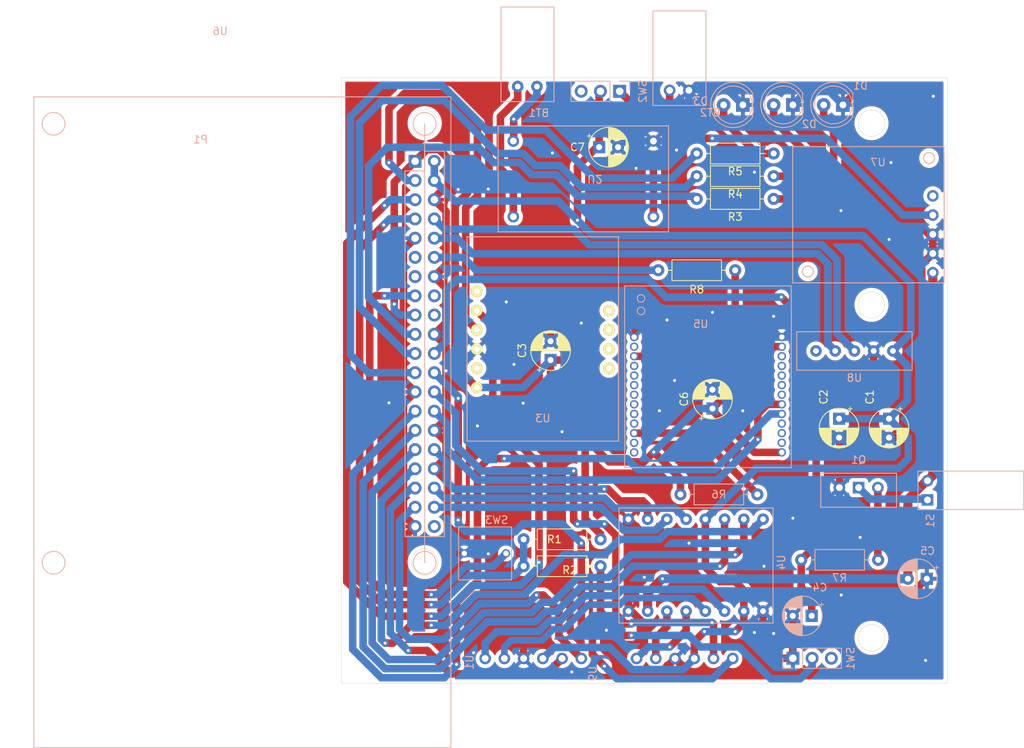
<source format=kicad_pcb>
(kicad_pcb (version 20211014) (generator pcbnew)
  (title_block (date "2022-06-12") (company "慶應義塾大学高橋研究室wolves"))
  (layers (0 "F.Cu" signal) (31 "B.Cu" signal) (34 "B.Paste" user) (35 "F.Paste" user) (36 "B.SilkS" user "B.Silkscreen") (37 "F.SilkS" user "F.Silkscreen") (38 "B.Mask" user) (39 "F.Mask" user) (44 "Edge.Cuts" user))
  (net 0 "")
  (net 1 "+3V3")
  (net 2 "+5V")
  (net 3 "/GPIO2(SDA)")
  (net 4 "/GPIO3(SCL)")
  (net 5 "GND")
  (net 6 "/GPIO4(GCLK)")
  (net 7 "/GPIO14(UART_TX)")
  (net 8 "Net-(U6-Pad10)")
  (net 10 "/GPIO18(RESET)")
  (net 12 "Net-(SW3-Pad2)")
  (net 15 "/GPIO10(LED1)")
  (net 16 "/GPIO9(LED2)")
  (net 17 "/GPIO25(Separation)")
  (net 18 "/GPIO11(LED3)")
  (net 19 "/GPIO8(Encoder2)")
  (net 20 "/GPIO7(Encoder2)")
  (net 21 "/GPIO0(TX)")
  (net 22 "/GPIO1(RX)")
  (net 23 "/GPIO5(Ain)")
  (net 24 "/GPIO6(Ain)")
  (net 25 "/GPIO12(PWM0)")
  (net 26 "/GPIO13(PWM1)")
  (net 27 "/GPIO19(Encoder1)")
  (net 28 "/GPIO16(Bin)")
  (net 29 "/GPIO26(Encoder1)")
  (net 30 "/GPIO20(BIn)")
  (net 32 "Net-(U1-Pad1)")
  (net 33 "Net-(U1-Pad2)")
  (net 34 "Net-(U4-Pad5)")
  (net 35 "Net-(U4-Pad6)")
  (net 36 "Net-(C5-Pad2)")
  (net 37 "Net-(D3-Pad2)")
  (net 38 "Net-(R8-Pad1)")
  (net 39 "Net-(Q1-Pad1)")
  (net 40 "Net-(R6-Pad1)")
  (net 41 "Net-(D2-Pad2)")
  (net 42 "Net-(D1-Pad2)")
  (net 43 "Net-(R1-Pad2)")
  (net 44 "Net-(SW2-Pad1)")
  (net 67 "Net-(BT2-Pad1)")
  (net 68 "Net-(BT1-Pad2)")
  (net 69 "Net-(BT1-Pad1)")
  (net 76 "Net-(Q1-Pad2)")
  (footprint "cansat-2022:R_Axial_DIN0207_L6.3mm_D2.5mm_P10.16mm_Horizontal" (layer "F.Cu") (at 109.22 125.984 180)
    (fp_text reference "R2")
    (fp_text value "R")
  )
  (footprint "cansat-2022:CP_Radial_D5.0mm_P2.50mm" (layer "F.Cu") (at 102.616 102.297113 90)
    (fp_text reference "C3")
    (fp_text value "C")
  )
  (footprint "cansat-2022:R_Axial_DIN0207_L6.3mm_D2.5mm_P10.16mm_Horizontal" (layer "F.Cu") (at 132.08 78 180)
    (fp_text reference "R4")
    (fp_text value "R")
  )
  (footprint "cansat-2022:R_Axial_DIN0207_L6.3mm_D2.5mm_P10.16mm_Horizontal" (layer "F.Cu") (at 132.08 81 180)
    (fp_text reference "R3")
    (fp_text value "R")
  )
  (footprint "cansat-2022:CP_Radial_D5.0mm_P2.50mm" (layer "F.Cu") (at 147.32 110.046888 -90)
    (fp_text reference "C1")
    (fp_text value "C")
  )
  (footprint "cansat-2022:R_Axial_DIN0207_L6.3mm_D2.5mm_P10.16mm_Horizontal" (layer "F.Cu") (at 127 90.424 180)
    (fp_text reference "R8")
    (fp_text value "R")
  )
  (footprint "cansat-2022:CP_Radial_D5.0mm_P2.50mm" (layer "F.Cu") (at 124 108.705113 90)
    (fp_text reference "C6")
    (fp_text value "C")
  )
  (footprint "cansat-2022:CP_Radial_D5.0mm_P2.50mm" (layer "F.Cu") (at 109.030888 74.168)
    (fp_text reference "C7")
    (fp_text value "C")
  )
  (footprint "cansat-2022:R_Axial_DIN0207_L6.3mm_D2.5mm_P10.16mm_Horizontal" (layer "F.Cu") (at 99.06 129.54)
    (fp_text reference "R1")
    (fp_text value "R")
  )
  (footprint "cansat-2022:CP_Radial_D5.0mm_P2.50mm" (layer "F.Cu") (at 140.716 110.046888 -90)
    (fp_text reference "C2")
    (fp_text value "C")
  )
  (footprint "cansat-2022:R_Axial_DIN0207_L6.3mm_D2.5mm_P10.16mm_Horizontal" (layer "F.Cu") (at 132.08 75 180)
    (fp_text reference "R5")
    (fp_text value "R")
  )
  (footprint "cansat-2022:CP_Radial_D5.0mm_P2.50mm" (layer "B.Cu") (at 137.105113 136.1 180)
    (fp_text reference "C4")
    (fp_text value "C")
  )
  (footprint "cansat-2022:LED_D5.0mm" (layer "B.Cu") (at 134.62 68.58 180)
    (fp_text reference "D2")
    (fp_text value "LED")
  )
  (footprint "cansat-2022:Push_Button" (layer "B.Cu") (at 93.48 122.845 180)
    (fp_text reference "SW3")
    (fp_text value "SW_Push")
  )
  (footprint "cansat-2022:GPS" (layer "B.Cu") (at 142.748 101.092)
    (fp_text reference "U8")
    (fp_text value locked "GPS")
  )
  (footprint "cansat-2022:CP_Radial_D5.0mm_P2.50mm" (layer "B.Cu") (at 152.305113 131.2 180)
    (fp_text reference "C5")
    (fp_text value "C")
  )
  (footprint "cansat-2022:raspberrypi" (layer "B.Cu") (at 89.5 67.47 180)
    (fp_text reference "U6")
    (fp_text value "RasberryPI4B")
  )
  (footprint "cansat-2022:motor_driver" (layer "B.Cu") (at 132 137.045 90)
    (fp_text reference "U4")
    (fp_text value "motor_driver")
  )
  (footprint "cansat-2022:PinSocket_1x03_P2.54mm_Vertical" (layer "B.Cu") (at 111.745 66.777 90)
    (fp_text reference "SW2")
    (fp_text value "SW_DPDT_x2")
  )
  (footprint "cansat-2022:BT2_Motor" (layer "B.Cu") (at 101.068 70.147)
    (fp_text reference "BT1")
    (fp_text value "Battery")
  )
  (footprint "cansat-2022:MOS_FET" (layer "B.Cu") (at 143.3 119.15 180)
    (fp_text reference "Q1")
    (fp_text value "Q_NMOS_GDS")
  )
  (footprint "cansat-2022:BT2_Motor" (layer "B.Cu") (at 121.134 70.655)
    (fp_text reference "BT2")
    (fp_text value "Battery")
  )
  (footprint "cansat-2022:separation" (layer "B.Cu") (at 152.4 119.507 -90)
    (fp_text reference "S1")
    (fp_text value "Separation")
  )
  (footprint "cansat-2022:Bno055" (layer "B.Cu") (at 101.6 99.568)
    (fp_text reference "U3")
    (fp_text value "Bno055")
  )
  (footprint "cansat-2022:DCDC_converter_ras_2022" (layer "B.Cu") (at 106.95 78.35)
    (fp_text reference "U2")
    (fp_text value "DCDC_converter_ras")
  )
  (footprint "cansat-2022:Motor" (layer "B.Cu") (at 109.975 143.732 -90)
    (fp_text reference "U9")
    (fp_text value "Left_Motor")
  )
  (footprint "cansat-2022:PinSocket_1x03_P2.54mm_Vertical" (layer "B.Cu") (at 134.62 141.7 -90)
    (fp_text reference "SW1")
    (fp_text value "SW_DPDT_x2")
  )
  (footprint "cansat-2022:LED_D5.0mm" (layer "B.Cu") (at 141.229 68.58 180)
    (fp_text reference "D1")
    (fp_text value "LED")
  )
  (footprint "cansat-2022:LED_D5.0mm" (layer "B.Cu") (at 128.016 68.58 180)
    (fp_text reference "D3")
    (fp_text value "LED")
  )
  (footprint "cansat-2022:R_Axial_DIN0207_L6.3mm_D2.5mm_P10.16mm_Horizontal" (layer "B.Cu") (at 129.93 120.05 180)
    (fp_text reference "R6")
    (fp_text value "R")
  )
  (footprint "cansat-2022:DCDC_converter_servo" (layer "B.Cu") (at 146.6 71.095 180)
    (fp_text reference "U7")
    (fp_text value "DCDC_converter")
  )
  (footprint "cansat-2022:R_Axial_DIN0207_L6.3mm_D2.5mm_P10.16mm_Horizontal" (layer "B.Cu") (at 135.72 128.7)
    (fp_text reference "R7")
    (fp_text value "R")
  )
  (footprint "cansat-2022:LoRa" (layer "B.Cu") (at 134.505 116.505 180)
    (fp_text reference "U5")
    (fp_text value "lora")
  )
  (footprint "cansat-2022:Motor" (layer "B.Cu") (at 89.98 143.732 -90)
    (fp_text reference "U1")
    (fp_text value "Right_Motor")
  )
  (gr_circle (center 152.6 75.6) (end 153.4 75.6) (layer "Edge.Cuts") (width 0.05) (fill none))
  (gr_circle (center 145 95) (end 146.75 95) (layer "Edge.Cuts") (width 0.05) (fill none))
  (gr_circle locked (center 145 139) (end 146.75 139) (layer "Edge.Cuts") (width 0.05) (fill none))
  (gr_rect locked (start 75 65) (end 155 145) (layer "Edge.Cuts") (width 0.05) (fill none))
  (gr_circle (center 136.6 90.6) (end 137.35 90.75) (layer "Edge.Cuts") (width 0.05) (fill none))
  (gr_circle locked (center 86 71) (end 87.75 71) (layer "Edge.Cuts") (width 0.05) (fill none))
  (gr_circle (center 136.6 90.6) (end 137.4 90.6) (layer "Edge.Cuts") (width 0.05) (fill none))
  (gr_circle (center 145 71) (end 146.75 71) (layer "Edge.Cuts") (width 0.05) (fill none))
  (gr_circle (center 145 71) (end 145 71) (layer "Edge.Cuts") (width 0.05) (fill none))
  (gr_circle locked (center 86 129) (end 87.75 129) (layer "Edge.Cuts") (width 0.05) (fill none))
  (segment (start 110.35 115.75) (end 108.712 114.112) (width 1) (layer "F.Cu") (net 1))
  (segment (start 81.980169 78.775231) (end 84.7292 76.0262) (width 1) (layer "F.Cu") (net 1))
  (segment (start 91.62352 80.252857) (end 91.62352 78.189179) (width 1) (layer "F.Cu") (net 1))
  (segment (start 91.62352 78.189179) (end 87.91103 74.476689) (width 1) (layer "F.Cu") (net 1))
  (segment (start 116.25 114.45) (end 119.77 117.97) (width 1) (layer "F.Cu") (net 1))
  (segment (start 92.87 105.918) (end 90.018231 103.066231) (width 1) (layer "F.Cu") (net 1))
  (segment (start 81.980169 78.775231) (end 81.980169 94.9057) (width 1) (layer "F.Cu") (net 1))
  (segment (start 86.278711 74.476689) (end 84.7292 76.0262) (width 1) (layer "F.Cu") (net 1))
  (segment (start 124 108.705113) (end 124 108.946377) (width 1) (layer "F.Cu") (net 1))
  (segment (start 105.997113 102.297113) (end 102.616 102.297113) (width 1) (layer "F.Cu") (net 1))
  (segment (start 109.22 125.984) (end 109.22 125.303622) (width 1) (layer "F.Cu") (net 1))
  (segment (start 108.712 105.012) (end 105.997113 102.297113) (width 1) (layer "F.Cu") (net 1))
  (segment (start 90.018231 81.858146) (end 91.62352 80.252857) (width 1) (layer "F.Cu") (net 1))
  (segment (start 116.25 114.45) (end 114.95 115.75) (width 1) (layer "F.Cu") (net 1))
  (segment (start 124 108.946377) (end 129.548623 114.495) (width 1) (layer "F.Cu") (net 1))
  (segment (start 133.157 100.525) (end 132.180113 100.525) (width 1) (layer "F.Cu") (net 1))
  (segment (start 87.91103 74.476689) (end 86.278711 74.476689) (width 1) (layer "F.Cu") (net 1))
  (segment (start 102.616 102.297113) (end 102.616 106.68) (width 1) (layer "F.Cu") (net 1))
  (segment (start 102.616 106.68) (end 107.188 111.252) (width 1) (layer "F.Cu") (net 1))
  (segment (start 129.548623 114.495) (end 133.157 114.495) (width 1) (layer "F.Cu") (net 1))
  (segment (start 90.018231 103.066231) (end 90.018231 81.858146) (width 1) (layer "F.Cu") (net 1))
  (segment (start 107.188 123.271622) (end 107.188 111.252) (width 1) (layer "F.Cu") (net 1))
  (segment (start 108.712 114.112) (end 108.712 105.012) (width 1) (layer "F.Cu") (net 1))
  (segment (start 132.180113 100.525) (end 124 108.705113) (width 1) (layer "F.Cu") (net 1))
  (segment (start 114.95 115.75) (end 110.35 115.75) (width 1) (layer "F.Cu") (net 1))
  (segment (start 109.22 125.303622) (end 107.188 123.271622) (width 1) (layer "F.Cu") (net 1))
  (segment (start 119.77 117.97) (end 119.77 120.05) (width 1) (layer "F.Cu") (net 1))
  (via (at 81.980169 94.9057) (size 0.8) (drill 0.4) (layers "F.Cu" "B.Cu") (net 1))
  (via (at 116.25 114.45) (size 0.8) (drill 0.4) (layers "F.Cu" "B.Cu") (net 1))
  (segment (start 98.995113 105.918) (end 102.616 102.297113) (width 1) (layer "B.Cu") (net 1))
  (segment (start 121.994887 108.705113) (end 124 108.705113) (width 1) (layer "B.Cu") (net 1))
  (segment (start 82.6862 96.3462) (end 81.980169 95.640169) (width 1) (layer "B.Cu") (net 1))
  (segment (start 84.7292 96.3462) (end 82.6862 96.3462) (width 1) (layer "B.Cu") (net 1))
  (segment (start 92.87 105.918) (end 98.995113 105.918) (width 1) (layer "B.Cu") (net 1))
  (segment (start 116.25 114.45) (end 121.994887 108.705113) (width 1) (layer "B.Cu") (net 1))
  (segment (start 81.980169 95.640169) (end 81.980169 95.00572) (width 1) (layer "B.Cu") (net 1))
  (segment (start 123.06 123.325) (end 123.06 129.664) (width 1) (layer "F.Cu") (net 2))
  (segment (start 106.172 76.708) (end 106.172 83.82) (width 1) (layer "F.Cu") (net 2))
  (segment (start 123.06 129.664) (end 124.968 131.572) (width 1) (layer "F.Cu") (net 2))
  (segment (start 121.595 139.517) (end 121.595 141.732) (width 1) (layer "F.Cu") (net 2))
  (segment (start 109.030888 66.951112) (end 109.030888 74.168) (width 1) (layer "F.Cu") (net 2))
  (segment (start 127 131.572) (end 128.14 132.712) (width 1) (layer "F.Cu") (net 2))
  (segment (start 108.712 74.168) (end 106.172 76.708) (width 1) (layer "F.Cu") (net 2))
  (segment (start 124.968 131.572) (end 127 131.572) (width 1) (layer "F.Cu") (net 2))
  (segment (start 109.030888 74.168) (end 108.712 74.168) (width 1) (layer "F.Cu") (net 2))
  (segment (start 127 138.176) (end 128.14 137.036) (width 1) (layer "F.Cu") (net 2))
  (segment (start 122.936 138.176) (end 121.595 139.517) (width 1) (layer "F.Cu") (net 2))
  (segment (start 109.205 66.777) (end 109.030888 66.951112) (width 1) (layer "F.Cu") (net 2))
  (segment (start 128.14 137.036) (end 128.14 135.475) (width 1) (layer "F.Cu") (net 2))
  (segment (start 128.14 132.712) (end 128.14 135.475) (width 1) (layer "F.Cu") (net 2))
  (via (at 127 138.176) (size 0.8) (drill 0.4) (layers "F.Cu" "B.Cu") (net 2))
  (via (at 106.172 83.82) (size 0.8) (drill 0.4) (layers "F.Cu" "B.Cu") (net 2))
  (via (at 122.936 138.176) (size 0.8) (drill 0.4) (layers "F.Cu" "B.Cu") (net 2))
  (segment (start 147.828 101.092) (end 149.75 103.014) (width 1) (layer "B.Cu") (net 2))
  (segment (start 147.32 110.046888) (end 149.86 112.586888) (width 1) (layer "B.Cu") (net 2))
  (segment (start 149.75 107.616888) (end 147.32 110.046888) (width 1) (layer "B.Cu") (net 2))
  (segment (start 147.32 110.046888) (end 140.716 110.046888) (width 1) (layer "B.Cu") (net 2))
  (segment (start 101.6 141.732) (end 103.061511 140.270489) (width 1) (layer "B.Cu") (net 2))
  (segment (start 129.785 116.6) (end 123.06 123.325) (width 1) (layer "B.Cu") (net 2))
  (segment (start 120.133489 143.193511) (end 121.595 141.732) (width 1) (layer "B.Cu") (net 2))
  (segment (start 127 138.176) (end 122.936 138.176) (width 1) (layer "B.Cu") (net 2))
  (segment (start 110.446599 140.270489) (end 113.369621 143.193511) (width 1) (layer "B.Cu") (net 2))
  (segment (start 149.86 112.586888) (end 149.86 115.316) (width 1) (layer "B.Cu") (net 2))
  (segment (start 103.632 81.28) (end 89.983 81.28) (width 1) (layer "B.Cu") (net 2))
  (segment (start 103.061511 140.270489) (end 110.446599 140.270489) (width 1) (layer "B.Cu") (net 2))
  (segment (start 106.172 83.82) (end 103.632 81.28) (width 1) (layer "B.Cu") (net 2))
  (segment (start 87.2692 78.5662) (end 87.2692 76.0262) (width 1) (layer "B.Cu") (net 2))
  (segment (start 106.172 83.82) (end 108.204 85.852) (width 1) (layer "B.Cu") (net 2))
  (segment (start 108.204 85.852) (end 143.902 85.852) (width 1) (layer "B.Cu") (net 2))
  (segment (start 113.369621 143.193511) (end 120.133489 143.193511) (width 1) (layer "B.Cu") (net 2))
  (segment (start 89.983 81.28) (end 87.2692 78.5662) (width 1) (layer "B.Cu") (net 2))
  (segment (start 149.86 115.316) (end 148.576 116.6) (width 1) (layer "B.Cu") (net 2))
  (segment (start 148.576 116.6) (end 129.785 116.6) (width 1) (layer "B.Cu") (net 2))
  (segment (start 150.2 98.72) (end 147.828 101.092) (width 1) (layer "B.Cu") (net 2))
  (segment (start 143.902 85.852) (end 150.2 92.15) (width 1) (layer "B.Cu") (net 2))
  (segment (start 150.2 92.15) (end 150.2 98.72) (width 1) (layer "B.Cu") (net 2))
  (segment (start 149.75 103.014) (end 149.75 107.616888) (width 1) (layer "B.Cu") (net 2))
  (segment (start 81.28 76.2) (end 81.28 69.088) (width 1) (layer "F.Cu") (net 3))
  (segment (start 92.964 80.608755) (end 91.408489 82.164266) (width 1) (layer "F.Cu") (net 3))
  (segment (start 91.408489 82.164266) (end 91.408489 96.836489) (width 1) (layer "F.Cu") (net 3))
  (segment (start 83.312 67.056) (end 88.9 67.056) (width 1) (layer "F.Cu") (net 3))
  (segment (start 91.408489 96.836489) (end 92.87 98.298) (width 1) (layer "F.Cu") (net 3))
  (segment (start 88.9 67.056) (end 92.964 71.12) (width 1) (layer "F.Cu") (net 3))
  (segment (start 81.28 69.088) (end 83.312 67.056) (width 1) (layer "F.Cu") (net 3))
  (segment (start 92.964 71.12) (end 92.964 80.608755) (width 1) (layer "F.Cu") (net 3))
  (via (at 81.28 76.2) (size 0.8) (drill 0.4) (layers "F.Cu" "B.Cu") (net 3))
  (segment (start 83.6462 78.5662) (end 81.28 76.2) (width 1) (layer "B.Cu") (net 3))
  (segment (start 84.7292 78.5662) (end 83.6462 78.5662) (width 1) (layer "B.Cu") (net 3))
  (segment (start 101.092 116.047056) (end 101.092 129.032) (width 1) (layer "F.Cu") (net 4))
  (segment (start 75.71 131.59) (end 80.264 136.144) (width 1) (layer "F.Cu") (net 4))
  (segment (start 80.69 81.87) (end 75.71 86.85) (width 1) (layer "F.Cu") (net 4))
  (segment (start 92.87 95.758) (end 94.996 97.884) (width 1) (layer "F.Cu") (net 4))
  (segment (start 80.264 136.144) (end 86.868 136.144) (width 1) (layer "F.Cu") (net 4))
  (segment (start 94.996 109.951056) (end 101.092 116.047056) (width 1) (layer "F.Cu") (net 4))
  (segment (start 75.71 86.85) (end 75.71 131.59) (width 1) (layer "F.Cu") (net 4))
  (segment (start 94.996 97.884) (end 94.996 109.951056) (width 1) (layer "F.Cu") (net 4))
  (via (at 86.868 136.144) (size 0.8) (drill 0.4) (layers "F.Cu" "B.Cu") (net 4))
  (via (at 80.69 81.87) (size 0.8) (drill 0.4) (layers "F.Cu" "B.Cu") (net 4))
  (via (at 101.092 129.032) (size 0.8) (drill 0.4) (layers "F.Cu" "B.Cu") (net 4))
  (segment (start 84.7292 81.1062) (end 81.4538 81.1062) (width 1) (layer "B.Cu") (net 4))
  (segment (start 81.4538 81.1062) (end 80.69 81.87) (width 1) (layer "B.Cu") (net 4))
  (segment (start 88.228756 136.144) (end 92.292756 132.08) (width 1) (layer "B.Cu") (net 4))
  (segment (start 92.292756 132.08) (end 98.64063 132.08) (width 1) (layer "B.Cu") (net 4))
  (segment (start 98.64063 132.08) (end 101.092 129.62863) (width 1) (layer "B.Cu") (net 4))
  (segment (start 86.868 136.144) (end 88.228756 136.144) (width 1) (layer "B.Cu") (net 4))
  (segment (start 101.092 129.62863) (end 101.092 129.032) (width 1) (layer "B.Cu") (net 4))
  (segment (start 89.003209 130.246249) (end 89.003209 128.420791) (width 1) (layer "F.Cu") (net 5))
  (segment (start 90.424 79.756) (end 88.392 79.756) (width 1) (layer "F.Cu") (net 5))
  (segment (start 87.2692 80.8788) (end 87.2692 81.1062) (width 1) (layer "F.Cu") (net 5))
  (segment (start 134.62 141.7) (end 132.58611 141.7) (width 1) (layer "F.Cu") (net 5))
  (segment (start 89.003209 130.246249) (end 87.169458 132.08) (width 1) (layer "F.Cu") (net 5))
  (segment (start 116.067 126.492) (end 112.9 123.325) (width 1) (layer "F.Cu") (net 5))
  (segment (start 88.818711 92.815711) (end 88.818711 95.422711) (width 1) (layer "F.Cu") (net 5))
  (segment (start 84.7292 106.5062) (end 83.179689 108.055711) (width 1) (layer "F.Cu") (net 5))
  (segment (start 102.616 99.797113) (end 102.616 92.456) (width 1) (layer "F.Cu") (net 5))
  (segment (start 88.818711 82.655711) (end 88.818711 89.716689) (width 1) (layer "F.Cu") (net 5))
  (segment (start 120.904 126.492) (end 116.067 126.492) (width 1) (layer "F.Cu") (net 5))
  (segment (start 134.605113 141.685113) (end 134.62 141.7) (width 1) (layer "F.Cu") (net 5))
  (segment (start 89.003209 128.420791) (end 89.579 127.845) (width 1) (layer "F.Cu") (net 5))
  (segment (start 87.2692 116.6662) (end 89.003209 118.400209) (width 1) (layer "F.Cu") (net 5))
  (segment (start 87.169458 132.08) (end 84.830542 132.08) (width 1) (layer "F.Cu") (net 5))
  (segment (start 84.830542 132.08) (end 83.002447 130.251905) (width 1) (layer "F.Cu") (net 5))
  (segment (start 134.605113 137.653113) (end 136.144 139.192) (width 1) (layer "F.Cu") (net 5))
  (segment (start 83.002447 130.251905) (end 83.002447 126.012953) (width 1) (layer "F.Cu") (net 5))
  (segment (start 149.581112 112.546888) (end 147.32 112.546888) (width 1) (layer "F.Cu") (net 5))
  (segment (start 149.7 69.69) (end 149.7 82.8) (width 1) (layer "F.Cu") (net 5))
  (segment (start 149.2 134.25) (end 152.25 131.2) (width 1) (layer "F.Cu") (net 5))
  (segment (start 88.392 79.756) (end 87.2692 80.8788) (width 1) (layer "F.Cu") (net 5))
  (segment (start 140.8 119.11) (end 140.76 119.15) (width 1) (layer "F.Cu") (net 5))
  (segment (start 121.087 143.764) (end 119.055 141.732) (width 1) (layer "F.Cu") (net 5))
  (segment (start 140.8 112.630888) (end 140.8 119.11) (width 1) (layer "F.Cu") (net 5))
  (segment (start 95.758 85.598) (end 103.886 93.726) (width 1) (layer "F.Cu") (net 5))
  (segment (start 112.9 123.325) (end 112.9 135.475) (width 1) (layer "F.Cu") (net 5))
  (segment (start 114.48352 139.180857) (end 113.780857 139.88352) (width 1) (layer "F.Cu") (net 5))
  (segment (start 87.2692 111.5862) (end 88.818711 110.036689) (width 1) (layer "F.Cu") (net 5))
  (segment (start 142.85 134.25) (end 149.2 134.25) (width 1) (layer "F.Cu") (net 5))
  (segment (start 83.179689 87.735711) (end 83.179689 104.956689) (width 1) (layer "F.Cu") (net 5))
  (segment (start 151.638489 110.489511) (end 149.581112 112.546888) (width 1) (layer "F.Cu") (net 5))
  (segment (start 111.506 93.726) (end 113.755 95.975) (width 1) (layer "F.Cu") (net 5))
  (segment (start 112.08448 139.88352) (end 111.252 140.716) (width 1) (layer "F.Cu") (net 5))
  (segment (start 142.859 66.95) (end 146.96 66.95) (width 1) (layer "F.Cu") (net 5))
  (segment (start 141.215022 112.546888) (end 140.716 112.546888) (width 1) (layer "F.Cu") (net 5))
  (segment (start 145.288 101.092) (end 145.288 108.47391) (width 1) (layer "F.Cu") (net 5))
  (segment (start 130.68 141.1) (end 128.016 143.764) (width 1) (layer "F.Cu") (net 5))
  (segment (start 130.68 135.475) (end 130.68 139.79389) (width 1) (layer "F.Cu") (net 5))
  (segment (start 88.818711 115.116689) (end 87.2692 116.6662) (width 1) (layer "F.Cu") (net 5))
  (segment (start 95.758 81.058) (end 95.758 85.598) (width 1) (layer "F.Cu") (net 5))
  (segment (start 132.58611 141.7) (end 130.68 139.79389) (width 1) (layer "F.Cu") (net 5))
  (segment (start 130.68 139.79389) (end 130.68 141.1) (width 1) (layer "F.Cu") (net 5))
  (segment (start 83.002447 126.012953) (end 84.7292 124.2862) (width 1) (layer "F.Cu") (net 5))
  (segment (start 87.2692 91.2662) (end 88.818711 92.815711) (width 1) (layer "F.Cu") (net 5))
  (segment (start 113.780857 139.88352) (end 112.08448 139.88352) (width 1) (layer "F.Cu") (net 5))
  (segment (start 149.7 82.8) (end 153.1 86.2) (width 1) (layer "F.Cu") (net 5))
  (segment (start 89.579 127.845) (end 91.23 127.845) (width 1) (layer "F.Cu") (net 5))
  (segment (start 113.755 95.975) (end 113.755 99.255) (width 1) (layer "F.Cu") (net 5))
  (segment (start 140.716 112.546888) (end 140.8 112.630888) (width 1) (layer "F.Cu") (net 5))
  (segment (start 141.229 68.58) (end 142.859 66.95) (width 1) (layer "F.Cu") (net 5))
  (segment (start 152.25 131.2) (end 152.305113 131.2) (width 1) (layer "F.Cu") (net 5))
  (segment (start 128.016 143.764) (end 121.087 143.764) (width 1) (layer "F.Cu") (net 5))
  (segment (start 145.288 108.47391) (end 141.215022 112.546888) (width 1) (layer "F.Cu") (net 5))
  (segment (start 88.818711 103.713289) (end 88.818711 100.435711) (width 1) (layer "F.Cu") (net 5))
  (segment (start 112.9 135.475) (end 113.295377 135.475) (width 1) (layer "F.Cu") (net 5))
  (segment (start 83.179689 108.055711) (end 83.179689 122.736689) (width 1) (layer "F.Cu") (net 5))
  (segment (start 111.76 143.256) (end 117.531 143.256) (width 1) (layer "F.Cu") (net 5))
  (segment (start 153.1 88.215) (end 151.638489 89.676511) (width 1) (layer "F.Cu") (net 5))
  (segment (start 151.638489 89.676511) (end 151.638489 110.489511) (width 1) (layer "F.Cu") (net 5))
  (segment (start 103.886 93.726) (end 111.506 93.726) (width 1) (layer "F.Cu") (net 5))
  (segment (start 88.818711 110.036689) (end 88.818711 103.713289) (width 1) (layer "F.Cu") (net 5))
  (segment (start 88.818711 95.422711) (end 88.818711 97.336689) (width 1) (layer "F.Cu") (net 5))
  (segment (start 113.295377 135.475) (end 114.48352 136.663143) (width 1) (layer "F.Cu") (net 5))
  (segment (start 88.818711 100.435711) (end 87.2692 98.8862) (width 1) (layer "F.Cu") (net 5))
  (segment (start 84.7292 86.1862) (end 83.179689 87.735711) (width 1) (layer "F.Cu") (net 5))
  (segment (start 153.1 86.2) (end 153.1 88.215) (width 1) (layer "F.Cu") (net 5))
  (segment (start 87.2692 111.5862) (end 88.818711 113.135711) (width 1) (layer "F.Cu") (net 5))
  (segment (start 88.818711 95.422711) (end 88.818711 96.786711) (width 1) (layer "F.Cu") (net 5))
  (segment (start 83.179689 122.736689) (end 84.7292 124.2862) (width 1) (layer "F.Cu") (net 5))
  (segment (start 88.818711 113.135711) (end 88.818711 115.116689) (width 1) (layer "F.Cu") (net 5))
  (segment (start 83.179689 104.956689) (end 84.7292 106.5062) (width 1) (layer "F.Cu") (net 5))
  (segment (start 94.4 79.7) (end 95.758 81.058) (width 1) (layer "F.Cu") (net 5))
  (segment (start 136.144 139.192) (end 137.908 139.192) (width 1) (layer "F.Cu") (net 5))
  (segment (start 94.4 127.9) (end 99.06 132.56) (width 1) (layer "F.Cu") (net 5))
  (segment (start 153.1 85.675) (end 153.1 88.215) (width 1) (layer "F.Cu") (net 5))
  (segment (start 111.252 140.716) (end 111.252 142.748) (width 1) (layer "F.Cu") (net 5))
  (segment (start 146.96 66.95) (end 149.7 69.69) (width 1) (layer "F.Cu") (net 5))
  (segment (start 102.616 92.456) (end 95.758 85.598) (width 1) (layer "F.Cu") (net 5))
  (segment (start 99.06 132.56) (end 99.06 141.732) (width 1) (layer "F.Cu") (net 5))
  (segment (start 88.818711 89.716689) (end 87.2692 91.2662) (width 1) (layer "F.Cu") (net 5))
  (segment (start 89.003209 118.400209) (end 89.003209 130.246249) (width 1) (layer "F.Cu") (net 5))
  (segment (start 137.908 139.192) (end 142.85 134.25) (width 1) (layer "F.Cu") (net 5))
  (segment (start 87.2692 81.1062) (end 88.818711 82.655711) (width 1) (layer "F.Cu") (net 5))
  (segment (start 117.531 143.256) (end 119.055 141.732) (width 1) (layer "F.Cu") (net 5))
  (segment (start 134.605113 136.1) (end 134.605113 137.653113) (width 1) (layer "F.Cu") (net 5))
  (segment (start 111.252 142.748) (end 111.76 143.256) (width 1) (layer "F.Cu") (net 5))
  (segment (start 134.605113 136.1) (end 134.605113 141.685113) (width 1) (layer "F.Cu") (net 5))
  (segment (start 88.818711 97.336689) (end 87.2692 98.8862) (width 1) (layer "F.Cu") (net 5))
  (segment (start 114.48352 136.663143) (end 114.48352 139.180857) (width 1) (layer "F.Cu") (net 5))
  (via (at 92.456 140.97) (size 0.8) (drill 0.4) (layers "F.Cu" "B.Cu") (net 5))
  (via (at 118 97) (size 0.8) (drill 0.4) (layers "F.Cu" "B.Cu") (net 5))
  (via (at 92.964 110.998) (size 0.8) (drill 0.4) (layers "F.Cu" "B.Cu") (net 5))
  (via (at 147.574 76.2) (size 0.8) (drill 0.4) (layers "F.Cu" "B.Cu") (net 5))
  (via (at 147.32 86.36) (size 0.8) (drill 0.4) (layers "F.Cu" "B.Cu") (net 5))
  (via (at 94.4 79.7) (size 0.8) (drill 0.4) (layers "F.Cu" "B.Cu") (net 5))
  (via (at 97.79 102.87) (size 0.8) (drill 0.4) (layers "F.Cu" "B.Cu") (net 5))
  (via (at 128 109) (size 0.8) (drill 0.4) (layers "F.Cu" "B.Cu") (net 5))
  (via (at 143.51 125.73) (size 0.8) (drill 0.4) (layers "F.Cu" "B.Cu") (net 5))
  (via (at 153.162 67.437) (size 0.8) (drill 0.4) (layers "F.Cu" "B.Cu") (net 5))
  (via (at 104.14 111.76) (size 0.8) (drill 0.4) (layers "F.Cu" "B.Cu") (net 5))
  (via (at 129.54 138.303) (size 0.8) (drill 0.4) (layers "F.Cu" "B.Cu") (net 5))
  (via (at 106.68 97.409) (size 0.8) (drill 0.4) (layers "F.Cu" "B.Cu") (net 5))
  (via (at 140.97 82.55) (size 0.8) (drill 0.4) (layers "F.Cu" "B.Cu") (net 5))
  (via (at 124 96) (size 0.8) (drill 0.4) (layers "F.Cu" "B.Cu") (net 5))
  (via (at 99 108) (size 0.8) (drill 0.4) (layers "F.Cu" "B.Cu") (net 5))
  (via (at 120.904 126.492) (size 0.8) (drill 0.4) (layers "F.Cu" "B.Cu") (net 5))
  (via (at 119.253 74.549) (size 0.8) (drill 0.4) (layers "F.Cu" "B.Cu") (net 5))
  (via (at 130.81 129.54) (size 0.8) (drill 0.4) (layers "F.Cu" "B.Cu") (net 5))
  (via (at 152.146 141.986) (size 0.8) (drill 0.4) (layers "F.Cu" "B.Cu") (net 5))
  (via (at 94.4 127.9) (size 0.8) (drill 0.4) (layers "F.Cu" "B.Cu") (net 5))
  (via (at 96.774 94.615) (size 0.8) (drill 0.4) (layers "F.Cu" "B.Cu") (net 5))
  (via (at 88.818711 103.713289) (size 0.8) (drill 0.4) (layers "F.Cu" "B.Cu") (net 5))
  (via (at 115 131) (size 0.8) (drill 0.4) (layers "F.Cu" "B.Cu") (net 5))
  (via (at 90.424 79.756) (size 0.8) (drill 0.4) (layers "F.Cu" "B.Cu") (net 5))
  (via (at 81.28 107.95) (size 0.8) (drill 0.4) (layers "F.Cu" "B.Cu") (net 5))
  (via (at 110 138) (size 0.8) (drill 0.4) (layers "F.Cu" "B.Cu") (net 5))
  (via (at 119 105) (size 0.8) (drill 0.4) (layers "F.Cu" "B.Cu") (net 5))
  (via (at 141 133.35) (size 0.8) (drill 0.4) (layers "F.Cu" "B.Cu") (net 5))
  (via (at 132.08 96.52) (size 0.8) (drill 0.4) (layers "F.Cu" "B.Cu") (net 5))
  (via (at 129.54 77.47) (size 0.8) (drill 0.4) (layers "F.Cu" "B.Cu") (net 5))
  (via (at 105.41 143.51) (size 0.8) (drill 0.4) (layers "F.Cu" "B.Cu") (net 5))
  (via (at 113.919 76.962) (size 0.8) (drill 0.4) (layers "F.Cu" "B.Cu") (net 5))
  (via (at 117 109) (size 0.8) (drill 0.4) (layers "F.Cu" "B.Cu") (net 5))
  (via (at 132.08 138.43) (size 0.8) (drill 0.4) (layers "F.Cu" "B.Cu") (net 5))
  (via (at 134.62 123.19) (size 0.8) (drill 0.4) (layers "F.Cu" "B.Cu") (net 5))
  (via (at 102.87 74.93) (size 0.8) (drill 0.4) (layers "F.Cu" "B.Cu") (net 5))
  (segment (start 120.991 66.548) (end 125.984 66.548) (width 1) (layer "B.Cu") (net 5))
  (segment (start 135.708 126.492) (end 120.904 126.492) (width 1) (layer "B.Cu") (net 5))
  (segment (start 136.652 109.728) (end 139.470888 112.546888) (width 1) (layer "B.Cu") (net 5))
  (segment (start 94.345 127.845) (end 94.4 127.9) (width 1) (layer "B.Cu") (net 5))
  (segment (start 133.157 99.255) (end 134.815 99.255) (width 1) (layer "B.Cu") (net 5))
  (segment (start 139.470888 112.546888) (end 140.716 112.546888) (width 1) (layer "B.Cu") (net 5))
  (segment (start 125.984 66.548) (end 128.016 68.58) (width 1) (layer "B.Cu") (net 5))
  (segment (start 94.344 79.756) (end 90.424 79.756) (width 1) (layer "B.Cu") (net 5))
  (segment (start 135.636 105.156) (end 136.652 106.172) (width 1) (layer "B.Cu") (net 5))
  (segment (start 91.23 127.845) (end 94.345 127.845) (width 1) (layer "B.Cu") (net 5))
  (segment (start 140.716 112.546888) (end 147.32 112.546888) (width 1) (layer "B.Cu") (net 5))
  (segment (start 124 105.95) (end 130.695 99.255) (width 1) (layer "B.Cu") (net 5))
  (segment (start 134.815 99.255) (end 135.636 100.076) (width 1) (layer "B.Cu") (net 5))
  (segment (start 120.884 70.632) (end 120.884 66.655) (width 1) (layer "B.Cu") (net 5))
  (segment (start 130.695 99.255) (end 133.157 99.255) (width 1) (layer "B.Cu") (net 5))
  (segment (start 112.348888 73.35) (end 118.166 73.35) (width 1) (layer "B.Cu") (net 5))
  (segment (start 120.884 66.655) (end 120.991 66.548) (width 1) (layer "B.Cu") (net 5))
  (segment (start 135.636 100.076) (end 135.636 105.156) (width 1) (layer "B.Cu") (net 5))
  (segment (start 90.424 102.108) (end 88.818711 103.713289) (width 1) (layer "B.Cu") (net 5))
  (segment (start 111.530888 74.168) (end 112.348888 73.35) (width 1) (layer "B.Cu") (net 5))
  (segment (start 136.398 66.802) (end 139.451 66.802) (width 1) (layer "B.Cu") (net 5))
  (segment (start 140.76 121.44) (end 135.708 126.492) (width 1) (layer "B.Cu") (net 5))
  (segment (start 94.4 79.7) (end 94.344 79.756) (width 1) (layer "B.Cu") (net 5))
  (segment (start 124 106.205113) (end 124 105.95) (width 1) (layer "B.Cu") (net 5))
  (segment (start 134.62 68.58) (end 136.398 66.802) (width 1) (layer "B.Cu") (net 5))
  (segment (start 139.451 66.802) (end 141.229 68.58) (width 1) (layer "B.Cu") (net 5))
  (segment (start 136.652 106.172) (end 136.652 109.728) (width 1) (layer "B.Cu") (net 5))
  (segment (start 91.6 102.108) (end 90.424 102.108) (width 1) (layer "B.Cu") (net 5))
  (segment (start 92.87 100.838) (end 91.6 102.108) (width 1) (layer "B.Cu") (net 5))
  (segment (start 140.76 119.15) (end 140.76 121.44) (width 1) (layer "B.Cu") (net 5))
  (segment (start 118.166 73.35) (end 120.884 70.632) (width 1) (layer "B.Cu") (net 5))
  (segment (start 86.868 134.62) (end 80.436378 134.62) (width 1) (layer "F.Cu") (net 6))
  (segment (start 77.39952 87.62896) (end 80.58848 84.44) (width 1) (layer "F.Cu") (net 6))
  (segment (start 77.39952 131.583142) (end 77.39952 87.62896) (width 1) (layer "F.Cu") (net 6))
  (segment (start 80.436378 134.62) (end 77.39952 131.583142) (width 1) (layer "F.Cu") (net 6))
  (via (at 86.868 134.62) (size 0.8) (drill 0.4) (layers "F.Cu" "B.Cu") (net 6))
  (via (at 80.58848 84.44) (size 0.8) (drill 0.4) (layers "F.Cu" "B.Cu") (net 6))
  (segment (start 99.06 125.984) (end 99.06 129.54) (width 1) (layer "B.Cu") (net 6))
  (segment (start 97.86048 130.73952) (end 99.06 129.54) (width 1) (layer "B.Cu") (net 6))
  (segment (start 91.936858 130.73952) (end 97.86048 130.73952) (width 1) (layer "B.Cu") (net 6))
  (segment (start 86.868 134.62) (end 88.056378 134.62) (width 1) (layer "B.Cu") (net 6))
  (segment (start 84.7292 83.6462) (end 81.38228 83.6462) (width 1) (layer "B.Cu") (net 6))
  (segment (start 81.38228 83.6462) (end 80.58848 84.44) (width 1) (layer "B.Cu") (net 6))
  (segment (start 88.056378 134.62) (end 91.936858 130.73952) (width 1) (layer "B.Cu") (net 6))
  (segment (start 105.642302 84.98668) (end 88.60968 84.98668) (width 1) (layer "B.Cu") (net 7))
  (segment (start 138.45152 87.05152) (end 107.707142 87.05152) (width 1) (layer "B.Cu") (net 7))
  (segment (start 142.748 101.092) (end 140.44952 98.79352) (width 1) (layer "B.Cu") (net 7))
  (segment (start 107.707142 87.05152) (end 105.642302 84.98668) (width 1) (layer "B.Cu") (net 7))
  (segment (start 140.44952 89.04952) (end 138.45152 87.05152) (width 1) (layer "B.Cu") (net 7))
  (segment (start 88.60968 84.98668) (end 87.2692 83.6462) (width 1) (layer "B.Cu") (net 7))
  (segment (start 140.44952 98.79352) (end 140.44952 89.04952) (width 1) (layer "B.Cu") (net 7))
  (segment (start 139.25 100.134) (end 139.25 89.6) (width 1) (layer "B.Cu") (net 8))
  (segment (start 140.208 101.092) (end 139.25 100.134) (width 1) (layer "B.Cu") (net 8))
  (segment (start 139.25 89.6) (end 137.90104 88.25104) (width 1) (layer "B.Cu") (net 8))
  (segment (start 90.2502 86.1862) (end 87.2692 86.1862) (width 1) (layer "B.Cu") (net 8))
  (segment (start 92.31504 88.25104) (end 90.2502 86.1862) (width 1) (layer "B.Cu") (net 8))
  (segment (start 137.90104 88.25104) (end 92.31504 88.25104) (width 1) (layer "B.Cu") (net 8))
  (segment (start 91.093822 88.7262) (end 92.791622 90.424) (width 1) (layer "B.Cu") (net 10))
  (segment (start 92.791622 90.424) (end 116.84 90.424) (width 1) (layer "B.Cu") (net 10))
  (segment (start 87.2692 88.7262) (end 91.093822 88.7262) (width 1) (layer "B.Cu") (net 10))
  (segment (start 86.868 133.27952) (end 80.792276 133.27952) (width 1) (layer "F.Cu") (net 12))
  (segment (start 78.74 94.57) (end 79.51 93.8) (width 1) (layer "F.Cu") (net 12))
  (segment (start 80.792276 133.27952) (end 78.74 131.227244) (width 1) (layer "F.Cu") (net 12))
  (segment (start 79.51 93.8) (end 80.6885 93.8) (width 1) (layer "F.Cu") (net 12))
  (segment (start 78.74 131.227244) (end 78.74 94.57) (width 1) (layer "F.Cu") (net 12))
  (via (at 86.868 133.27952) (size 0.8) (drill 0.4) (layers "F.Cu" "B.Cu") (net 12))
  (via (at 80.6885 93.8) (size 0.8) (drill 0.4) (layers "F.Cu" "B.Cu") (net 12))
  (segment (start 96.73 127.845) (end 95.035 129.54) (width 1) (layer "B.Cu") (net 12))
  (segment (start 87.70048 133.27952) (end 86.868 133.27952) (width 1) (layer "B.Cu") (net 12))
  (segment (start 80.6947 93.8062) (end 80.6885 93.8) (width 1) (layer "B.Cu") (net 12))
  (segment (start 95.035 129.54) (end 91.44 129.54) (width 1) (layer "B.Cu") (net 12))
  (segment (start 84.7292 93.8062) (end 80.6947 93.8062) (width 1) (layer "B.Cu") (net 12))
  (segment (start 91.44 129.54) (end 87.70048 133.27952) (width 1) (layer "B.Cu") (net 12))
  (segment (start 95.089875 76.19952) (end 98.506765 76.19952) (width 1) (layer "B.Cu") (net 15))
  (segment (start 98.506765 76.19952) (end 100.106765 77.79952) (width 1) (layer "B.Cu") (net 15))
  (segment (start 100.106765 77.79952) (end 103.34952 77.79952) (width 1) (layer "B.Cu") (net 15))
  (segment (start 83.473822 98.8862) (end 78.59904 94.011418) (width 1) (layer "B.Cu") (net 15))
  (segment (start 106.212285 80.64904) (end 121.56904 80.64904) (width 1) (layer "B.Cu") (net 15))
  (segment (start 78.59904 76.63096) (end 81.062 74.168) (width 1) (layer "B.Cu") (net 15))
  (segment (start 105.178285 79.61504) (end 106.212285 80.64904) (width 1) (layer "B.Cu") (net 15))
  (segment (start 93.058354 74.168) (end 95.089875 76.19952) (width 1) (layer "B.Cu") (net 15))
  (segment (start 78.59904 94.011418) (end 78.59904 76.63096) (width 1) (layer "B.Cu") (net 15))
  (segment (start 103.34952 77.79952) (end 105.16504 79.61504) (width 1) (layer "B.Cu") (net 15))
  (segment (start 84.7292 98.8862) (end 83.473822 98.8862) (width 1) (layer "B.Cu") (net 15))
  (segment (start 81.062 74.168) (end 93.058354 74.168) (width 1) (layer "B.Cu") (net 15))
  (segment (start 121.56904 80.64904) (end 121.92 81) (width 1) (layer "B.Cu") (net 15))
  (segment (start 77.39952 95.298601) (end 77.39952 70.93648) (width 1) (layer "B.Cu") (net 16))
  (segment (start 80.336 68) (end 88.586732 68) (width 1) (layer "B.Cu") (net 16))
  (segment (start 95.586732 75) (end 99.003622 75) (width 1) (layer "B.Cu") (net 16))
  (segment (start 84.7292 101.4262) (end 83.527119 101.4262) (width 1) (layer "B.Cu") (net 16))
  (segment (start 106.709142 79.44952) (end 120.47048 79.44952) (width 1) (layer "B.Cu") (net 16))
  (segment (start 88.586732 68) (end 95.586732 75) (width 1) (layer "B.Cu") (net 16))
  (segment (start 99.003622 75) (end 100.603622 76.6) (width 1) (layer "B.Cu") (net 16))
  (segment (start 120.47048 79.44952) (end 121.92 78) (width 1) (layer "B.Cu") (net 16))
  (segment (start 83.527119 101.4262) (end 77.39952 95.298601) (width 1) (layer "B.Cu") (net 16))
  (segment (start 103.859622 76.6) (end 106.709142 79.44952) (width 1) (layer "B.Cu") (net 16))
  (segment (start 100.603622 76.6) (end 103.859622 76.6) (width 1) (layer "B.Cu") (net 16))
  (segment (start 77.39952 70.93648) (end 80.336 68) (width 1) (layer "B.Cu") (net 16))
  (segment (start 135.72 132.28) (end 135.72 128.7) (width 1) (layer "F.Cu") (net 17))
  (segment (start 135.636 96.52) (end 135.636 111.861805) (width 1) (layer "F.Cu") (net 17))
  (segment (start 133.096 93.98) (end 135.636 96.52) (width 1) (layer "F.Cu") (net 17))
  (segment (start 137.105113 136.1) (end 137.105113 133.705113) (width 1) (layer "F.Cu") (net 17))
  (segment (start 137.105113 133.705113) (end 135.7 132.3) (width 1) (layer "F.Cu") (net 17))
  (segment (start 137.69952 126.72048) (end 135.72 128.7) (width 1) (layer "F.Cu") (net 17))
  (segment (start 135.636 111.861805) (end 137.69952 113.925325) (width 1) (layer "F.Cu") (net 17))
  (segment (start 135.7 132.3) (end 135.72 132.28) (width 1) (layer "F.Cu") (net 17))
  (segment (start 137.69952 113.925325) (end 137.69952 126.72048) (width 1) (layer "F.Cu") (net 17))
  (via (at 133.096 93.98) (size 0.8) (drill 0.4) (layers "F.Cu" "B.Cu") (net 17))
  (segment (start 87.2692 101.4262) (end 88.818711 99.876689) (width 1) (layer "B.Cu") (net 17))
  (segment (start 115.49952 91.62352) (end 117.856 93.98) (width 1) (layer "B.Cu") (net 17))
  (segment (start 117.856 93.98) (end 133.096 93.98) (width 1) (layer "B.Cu") (net 17))
  (segment (start 88.818711 93.045289) (end 90.24048 91.62352) (width 1) (layer "B.Cu") (net 17))
  (segment (start 88.818711 99.876689) (end 88.818711 93.045289) (width 1) (layer "B.Cu") (net 17))
  (segment (start 90.24048 91.62352) (end 115.49952 91.62352) (width 1) (layer "B.Cu") (net 17))
  (segment (start 76.2 70.104) (end 76.2 101.6) (width 1) (layer "B.Cu") (net 18))
  (segment (start 76.2 101.6) (end 78.5662 103.9662) (width 1) (layer "B.Cu") (net 18))
  (segment (start 88.28311 66) (end 80.304 66) (width 1) (layer "B.Cu") (net 18))
  (segment (start 102.088489 71.888489) (end 94.171599 71.888489) (width 1) (layer "B.Cu") (net 18))
  (segment (start 80.304 66) (end 76.2 70.104) (width 1) (layer "B.Cu") (net 18))
  (segment (start 118.67 78.25) (end 108.35 78.25) (width 1) (layer "B.Cu") (net 18))
  (segment (start 108.35 78.25) (end 102 71.9) (width 1) (layer "B.Cu") (net 18))
  (segment (start 121.92 75) (end 118.67 78.25) (width 1) (layer "B.Cu") (net 18))
  (segment (start 78.5662 103.9662) (end 84.7292 103.9662) (width 1) (layer "B.Cu") (net 18))
  (segment (start 94.171599 71.888489) (end 88.28311 66) (width 1) (layer "B.Cu") (net 18))
  (segment (start 106.68 126.492) (end 106.68 137.495622) (width 1) (layer "F.Cu") (net 19))
  (segment (start 90.424 123.444) (end 90.424 107.351) (width 1) (layer "F.Cu") (net 19))
  (segment (start 108.141511 141.161511) (end 109.728 142.748) (width 1) (layer "F.Cu") (net 19))
  (segment (start 108.141511 138.957133) (end 108.141511 141.161511) (width 1) (layer "F.Cu") (net 19))
  (segment (start 106.68 137.495622) (end 108.141511 138.957133) (width 1) (layer "F.Cu") (net 19))
  (segment (start 90.424 107.351) (end 90.425 107.35) (width 1) (layer "F.Cu") (net 19))
  (via (at 109.728 142.748) (size 0.8) (drill 0.4) (layers "F.Cu" "B.Cu") (net 19))
  (via (at 90.425 107.35) (size 0.8) (drill 0.4) (layers "F.Cu" "B.Cu") (net 19))
  (via (at 106.68 126.492) (size 0.8) (drill 0.4) (layers "F.Cu" "B.Cu") (net 19))
  (via (at 90.424 123.444) (size 0.8) (drill 0.4) (layers "F.Cu" "B.Cu") (net 19))
  (segment (start 104.14 123.952) (end 106.68 126.492) (width 1) (layer "B.Cu") (net 19))
  (segment (start 90.424 123.444) (end 90.424 123.952) (width 1) (layer "B.Cu") (net 19))
  (segment (start 90.425 107.122) (end 87.2692 103.9662) (width 1) (layer "B.Cu") (net 19))
  (segment (start 109.728 142.748) (end 111.373031 144.393031) (width 1) (layer "B.Cu") (net 19))
  (segment (start 98.97137 123.952) (end 104.14 123.952) (width 1) (layer "B.Cu") (net 19))
  (segment (start 124.013969 144.393031) (end 126.675 141.732) (width 1) (layer "B.Cu") (net 19))
  (segment (start 97.95537 124.968) (end 98.97137 123.952) (width 1) (layer "B.Cu") (net 19))
  (segment (start 90.425 107.35) (end 90.425 107.122) (width 1) (layer "B.Cu") (net 19))
  (segment (start 91.44 124.968) (end 97.95537 124.968) (width 1) (layer "B.Cu") (net 19))
  (segment (start 111.373031 144.393031) (end 124.013969 144.393031) (width 1) (layer "B.Cu") (net 19))
  (segment (start 90.424 123.952) (end 91.44 124.968) (width 1) (layer "B.Cu") (net 19))
  (segment (start 123.952 136.97648) (end 124.13552 137.16) (width 1) (layer "F.Cu") (net 20))
  (segment (start 113.284 137.16) (end 112.51811 137.16) (width 1) (layer "F.Cu") (net 20))
  (segment (start 105.664 123.444) (end 106.172 123.952) (width 1) (layer "F.Cu") (net 20))
  (segment (start 124.13552 141.73148) (end 124.135 141.732) (width 1) (layer "F.Cu") (net 20))
  (segment (start 111.252 125.476) (end 109.728 123.952) (width 1) (layer "F.Cu") (net 20))
  (segment (start 111.252 135.89389) (end 111.252 125.476) (width 1) (layer "F.Cu") (net 20))
  (segment (start 112.51811 137.16) (end 111.252 135.89389) (width 1) (layer "F.Cu") (net 20))
  (segment (start 124.13552 137.16) (end 124.13552 141.73148) (width 1) (layer "F.Cu") (net 20))
  (segment (start 105.664 116.94812) (end 105.664 123.444) (width 1) (layer "F.Cu") (net 20))
  (via (at 113.284 137.16) (size 0.8) (drill 0.4) (layers "F.Cu" "B.Cu") (net 20))
  (via (at 106.172 123.952) (size 0.8) (drill 0.4) (layers "F.Cu" "B.Cu") (net 20))
  (via (at 105.664 116.94812) (size 0.8) (drill 0.4) (layers "F.Cu" "B.Cu") (net 20))
  (via (at 109.728 123.952) (size 0.8) (drill 0.4) (layers "F.Cu" "B.Cu") (net 20))
  (via (at 123.952 136.97648) (size 0.8) (drill 0.4) (layers "F.Cu" "B.Cu") (net 20))
  (segment (start 93.483875 116.94812) (end 90.09952 113.563765) (width 1) (layer "B.Cu") (net 20))
  (segment (start 90.09952 113.563765) (end 90.09952 109.33652) (width 1) (layer "B.Cu") (net 20))
  (segment (start 113.284 137.16) (end 113.46752 136.97648) (width 1) (layer "B.Cu") (net 20))
  (segment (start 90.09952 109.33652) (end 87.2692 106.5062) (width 1) (layer "B.Cu") (net 20))
  (segment (start 113.46752 136.97648) (end 123.952 136.97648) (width 1) (layer "B.Cu") (net 20))
  (segment (start 109.728 123.952) (end 106.172 123.952) (width 1) (layer "B.Cu") (net 20))
  (segment (start 105.664 116.94812) (end 93.483875 116.94812) (width 1) (layer "B.Cu") (net 20))
  (segment (start 90.194598 134.341402) (end 90.194598 142.518598) (width 1) (layer "F.Cu") (net 21))
  (segment (start 94.440978 115.316) (end 92.964 116.792978) (width 1) (layer "F.Cu") (net 21))
  (segment (start 92.964 131.572) (end 90.194598 134.341402) (width 1) (layer "F.Cu") (net 21))
  (segment (start 96.52 115.316) (end 94.440978 115.316) (width 1) (layer "F.Cu") (net 21))
  (segment (start 92.964 116.792978) (end 92.964 131.572) (width 1) (layer "F.Cu") (net 21))
  (via (at 96.52 115.316) (size 0.8) (drill 0.4) (layers "F.Cu" "B.Cu") (net 21))
  (via (at 90.194598 142.518598) (size 0.8) (drill 0.4) (layers "F.Cu" "B.Cu") (net 21))
  (segment (start 112.710924 115.316) (end 114.144924 116.75) (width 1) (layer "B.Cu") (net 21))
  (segment (start 80.254868 144.272) (end 88.582645 144.272) (width 1) (layer "B.Cu") (net 21))
  (segment (start 96.52 115.316) (end 112.710924 115.316) (width 1) (layer "B.Cu") (net 21))
  (segment (start 84.7292 109.0462) (end 76.49 117.2854) (width 1) (layer "B.Cu") (net 21))
  (segment (start 114.144924 116.75) (end 124.35 116.75) (width 1) (layer "B.Cu") (net 21))
  (segment (start 131.685 109.415) (end 124.35 116.75) (width 1) (layer "B.Cu") (net 21))
  (segment (start 76.49 140.507132) (end 80.254868 144.272) (width 1) (layer "B.Cu") (net 21))
  (segment (start 88.582645 144.272) (end 90.265323 142.589322) (width 1) (layer "B.Cu") (net 21))
  (segment (start 133.157 109.415) (end 131.685 109.415) (width 1) (layer "B.Cu") (net 21))
  (segment (start 76.49 117.2854) (end 76.49 140.507132) (width 1) (layer "B.Cu") (net 21))
  (segment (start 131.255 108.145) (end 133.157 108.145) (width 1) (layer "F.Cu") (net 22))
  (segment (start 130 109.4) (end 130 112.8) (width 1) (layer "F.Cu") (net 22))
  (segment (start 131.255 108.145) (end 130 109.4) (width 1) (layer "F.Cu") (net 22))
  (via (at 130 112.8) (size 0.8) (drill 0.4) (layers "F.Cu" "B.Cu") (net 22))
  (segment (start 124.65236 118.14764) (end 92.987018 118.14764) (width 1) (layer "B.Cu") (net 22))
  (segment (start 130 112.8) (end 124.65236 118.14764) (width 1) (layer "B.Cu") (net 22))
  (segment (start 88.9 114.060622) (end 88.9 110.677) (width 1) (layer "B.Cu") (net 22))
  (segment (start 92.987018 118.14764) (end 88.9 114.060622) (width 1) (layer "B.Cu") (net 22))
  (segment (start 88.9 110.677) (end 87.2692 109.0462) (width 1) (layer "B.Cu") (net 22))
  (segment (start 124.968 129.54) (end 125.6 128.908) (width 1) (layer "F.Cu") (net 23))
  (segment (start 125.6 128.908) (end 125.6 123.325) (width 1) (layer "F.Cu") (net 23))
  (via (at 124.968 129.54) (size 0.8) (drill 0.4) (layers "F.Cu" "B.Cu") (net 23))
  (segment (start 110.757346 132.239031) (end 113.456378 129.54) (width 1) (layer "B.Cu") (net 23))
  (segment (start 102.011101 135.49504) (end 103.437338 135.49504) (width 1) (layer "B.Cu") (net 23))
  (segment (start 88.085787 143.07248) (end 94.280187 136.87808) (width 1) (layer "B.Cu") (net 23))
  (segment (start 94.280187 136.87808) (end 100.62806 136.87808) (width 1) (layer "B.Cu") (net 23))
  (segment (start 77.86496 118.45044) (end 77.86496 140.185716) (width 1) (layer "B.Cu") (net 23))
  (segment (start 100.62806 136.87808) (end 102.011101 135.49504) (width 1) (layer "B.Cu") (net 23))
  (segment (start 77.86496 140.185716) (end 80.751725 143.07248) (width 1) (layer "B.Cu") (net 23))
  (segment (start 84.7292 111.5862) (end 77.86496 118.45044) (width 1) (layer "B.Cu") (net 23))
  (segment (start 103.437338 135.49504) (end 106.693347 132.239031) (width 1) (layer "B.Cu") (net 23))
  (segment (start 106.693347 132.239031) (end 110.757346 132.239031) (width 1) (layer "B.Cu") (net 23))
  (segment (start 80.751725 143.07248) (end 88.085787 143.07248) (width 1) (layer "B.Cu") (net 23))
  (segment (start 113.456378 129.54) (end 124.968 129.54) (width 1) (layer "B.Cu") (net 23))
  (segment (start 127 128.016) (end 128.14 126.876) (width 1) (layer "F.Cu") (net 24))
  (segment (start 128.14 126.876) (end 128.14 123.325) (width 1) (layer "F.Cu") (net 24))
  (via (at 127 128.016) (size 0.8) (drill 0.4) (layers "F.Cu" "B.Cu") (net 24))
  (segment (start 84.7292 114.1262) (end 79.06448 119.79092) (width 1) (layer "B.Cu") (net 24))
  (segment (start 106.172 131.039511) (end 110.260488 131.039511) (width 1) (layer "B.Cu") (net 24))
  (segment (start 102.94048 134.29552) (end 106.196489 131.039511) (width 1) (layer "B.Cu") (net 24))
  (segment (start 110.260488 131.039511) (end 113.284 128.016) (width 1) (layer "B.Cu") (net 24))
  (segment (start 100.131203 135.67856) (end 101.514244 134.29552) (width 1) (layer "B.Cu") (net 24))
  (segment (start 79.06448 119.79092) (end 79.06448 139.688858) (width 1) (layer "B.Cu") (net 24))
  (segment (start 79.06448 139.688858) (end 81.248582 141.87296) (width 1) (layer "B.Cu") (net 24))
  (segment (start 87.588929 141.87296) (end 93.783329 135.67856) (width 1) (layer "B.Cu") (net 24))
  (segment (start 81.248582 141.87296) (end 87.588929 141.87296) (width 1) (layer "B.Cu") (net 24))
  (segment (start 101.514244 134.29552) (end 102.94048 134.29552) (width 1) (layer "B.Cu") (net 24))
  (segment (start 113.284 128.016) (end 127 128.016) (width 1) (layer "B.Cu") (net 24))
  (segment (start 93.783329 135.67856) (end 100.131203 135.67856) (width 1) (layer "B.Cu") (net 24))
  (segment (start 111.76 120.904) (end 114.808 120.904) (width 1) (layer "F.Cu") (net 25))
  (segment (start 109.7 119.34716) (end 110.20316 119.34716) (width 1) (layer "F.Cu") (net 25))
  (segment (start 115.44 121.536) (end 115.44 123.325) (width 1) (layer "F.Cu") (net 25))
  (segment (start 114.808 120.904) (end 115.44 121.536) (width 1) (layer "F.Cu") (net 25))
  (segment (start 110.20316 119.34716) (end 111.76 120.904) (width 1) (layer "F.Cu") (net 25))
  (via (at 109.7 119.34716) (size 0.8) (drill 0.4) (layers "F.Cu" "B.Cu") (net 25))
  (segment (start 88.818711 118.282711) (end 88.818711 115.675711) (width 1) (layer "B.Cu") (net 25))
  (segment (start 89.88316 119.34716) (end 88.818711 118.282711) (width 1) (layer "B.Cu") (net 25))
  (segment (start 88.818711 115.675711) (end 87.2692 114.1262) (width 1) (layer "B.Cu") (net 25))
  (segment (start 89.88316 119.34716) (end 109.7 119.34716) (width 1) (layer "B.Cu") (net 25))
  (segment (start 81.788 139.7) (end 84.14448 137.34352) (width 1) (layer "F.Cu") (net 26))
  (segment (start 84.14448 137.34352) (end 86.879143 137.34352) (width 1) (layer "F.Cu") (net 26))
  (segment (start 80.772 139.7) (end 81.788 139.7) (width 1) (layer "F.Cu") (net 26))
  (via (at 80.772 139.7) (size 0.8) (drill 0.4) (layers "F.Cu" "B.Cu") (net 26))
  (via (at 86.879143 137.34352) (size 0.8) (drill 0.4) (layers "F.Cu" "B.Cu") (net 26))
  (segment (start 130.68 123.325) (end 129.037 124.968) (width 1) (layer "B.Cu") (net 26))
  (segment (start 111.797764 125.986031) (end 111.777866 125.966134) (width 1) (layer "B.Cu") (net 26))
  (segment (start 99.137489 133.27952) (end 92.789613 133.27952) (width 1) (layer "B.Cu") (net 26))
  (segment (start 84.5018 116.6662) (end 84.7292 116.6662) (width 1) (layer "B.Cu") (net 26))
  (segment (start 109.728 128.016) (end 104.401009 128.016) (width 1) (layer "B.Cu") (net 26))
  (segment (start 104.401009 128.016) (end 99.137489 133.27952) (width 1) (layer "B.Cu") (net 26))
  (segment (start 80.264 120.904) (end 84.5018 116.6662) (width 1) (layer "B.Cu") (net 26))
  (segment (start 92.789613 133.27952) (end 88.725613 137.34352) (width 1) (layer "B.Cu") (net 26))
  (segment (start 117.015346 125.986031) (end 111.797764 125.986031) (width 1) (layer "B.Cu") (net 26))
  (segment (start 80.264 139.192) (end 80.264 120.904) (width 1) (layer "B.Cu") (net 26))
  (segment (start 88.725613 137.34352) (end 86.879143 137.34352) (width 1) (layer "B.Cu") (net 26))
  (segment (start 80.772 139.7) (end 80.264 139.192) (width 1) (layer "B.Cu") (net 26))
  (segment (start 118.033378 124.968) (end 117.015346 125.986031) (width 1) (layer "B.Cu") (net 26))
  (segment (start 111.777866 125.966134) (end 109.728 128.016) (width 1) (layer "B.Cu") (net 26))
  (segment (start 129.037 124.968) (end 118.033378 124.968) (width 1) (layer "B.Cu") (net 26))
  (segment (start 102.108 143.764) (end 104.14 141.732) (width 1) (layer "F.Cu") (net 27))
  (segment (start 83.82 140.67344) (end 86.31744 140.67344) (width 1) (layer "F.Cu") (net 27))
  (segment (start 89.408 143.764) (end 102.108 143.764) (width 1) (layer "F.Cu") (net 27))
  (segment (start 86.31744 140.67344) (end 89.408 143.764) (width 1) (layer "F.Cu") (net 27))
  (via (at 83.82 140.67344) (size 0.8) (drill 0.4) (layers "F.Cu" "B.Cu") (net 27))
  (segment (start 83.77744 140.67344) (end 81.46352 138.35952) (width 1) (layer "B.Cu") (net 27))
  (segment (start 83.82 140.67344) (end 83.77744 140.67344) (width 1) (layer "B.Cu") (net 27))
  (segment (start 81.46352 121.99048) (end 84.2478 119.2062) (width 1) (layer "B.Cu") (net 27))
  (segment (start 84.2478 119.2062) (end 84.7292 119.2062) (width 1) (layer "B.Cu") (net 27))
  (segment (start 81.46352 138.35952) (end 81.46352 121.99048) (width 1) (layer "B.Cu") (net 27))
  (segment (start 88.60968 120.54668) (end 109.751168 120.54668) (width 1) (layer "B.Cu") (net 28))
  (segment (start 109.751168 120.54668) (end 111.067977 121.863489) (width 1) (layer "B.Cu") (net 28))
  (segment (start 119.058489 121.863489) (end 111.067977 121.863489) (width 1) (layer "B.Cu") (net 28))
  (segment (start 87.2692 119.2062) (end 88.60968 120.54668) (width 1) (layer "B.Cu") (net 28))
  (segment (start 119.058489 121.863489) (end 120.52 123.325) (width 1) (layer "B.Cu") (net 28))
  (segment (start 103.724 135.424) (end 101.656693 133.356693) (width 1) (layer "F.Cu") (net 29))
  (segment (start 103.724 135.424) (end 103.724 138.776) (width 1) (layer "F.Cu") (net 29))
  (segment (start 103.724 138.776) (end 106.68 141.732) (width 1) (layer "F.Cu") (net 29))
  (segment (start 101.656693 133.356693) (end 100.756693 133.356693) (width 1) (layer "F.Cu") (net 29))
  (via (at 100.756693 133.356693) (size 0.8) (drill 0.4) (layers "F.Cu" "B.Cu") (net 29))
  (segment (start 93.286471 134.47904) (end 99.634346 134.47904) (width 1) (layer "B.Cu") (net 29))
  (segment (start 82.66304 137.862662) (end 83.992378 139.192) (width 1) (layer "B.Cu") (net 29))
  (segment (start 88.573511 139.192) (end 93.286471 134.47904) (width 1) (layer "B.Cu") (net 29))
  (segment (start 84.5018 121.7462) (end 82.66304 123.58496) (width 1) (layer "B.Cu") (net 29))
  (segment (start 99.634346 134.47904) (end 100.756693 133.356693) (width 1) (layer "B.Cu") (net 29))
  (segment (start 84.7292 121.7462) (end 84.5018 121.7462) (width 1) (layer "B.Cu") (net 29))
  (segment (start 83.992378 139.192) (end 88.573511 139.192) (width 1) (layer "B.Cu") (net 29))
  (segment (start 82.66304 123.58496) (end 82.66304 137.862662) (width 1) (layer "B.Cu") (net 29))
  (segment (start 116.518489 124.786511) (end 117.98 123.325) (width 1) (layer "B.Cu") (net 30))
  (segment (start 112.294621 124.786511) (end 116.518489 124.786511) (width 1) (layer "B.Cu") (net 30))
  (segment (start 109.25431 121.7462) (end 112.294621 124.786511) (width 1) (layer "B.Cu") (net 30))
  (segment (start 87.2692 121.7462) (end 109.25431 121.7462) (width 1) (layer "B.Cu") (net 30))
  (segment (start 111.254204 133.438551) (end 112.104755 132.588) (width 1) (layer "B.Cu") (net 32))
  (segment (start 107.190205 133.438551) (end 111.254204 133.438551) (width 1) (layer "B.Cu") (net 32))
  (segment (start 122.713 132.588) (end 125.6 135.475) (width 1) (layer "B.Cu") (net 32))
  (segment (start 93.98 141.732) (end 93.98 139.7) (width 1) (layer "B.Cu") (net 32))
  (segment (start 95.504 138.176) (end 101.026518 138.176) (width 1) (layer "B.Cu") (net 32))
  (segment (start 112.104755 132.588) (end 122.713 132.588) (width 1) (layer "B.Cu") (net 32))
  (segment (start 102.507958 136.69456) (end 103.934196 136.69456) (width 1) (layer "B.Cu") (net 32))
  (segment (start 93.98 139.7) (end 95.504 138.176) (width 1) (layer "B.Cu") (net 32))
  (segment (start 103.934196 136.69456) (end 107.190205 133.438551) (width 1) (layer "B.Cu") (net 32))
  (segment (start 101.026518 138.176) (end 102.507958 136.69456) (width 1) (layer "B.Cu") (net 32))
  (segment (start 121.32252 133.73752) (end 123.06 135.475) (width 0.9) (layer "B.Cu") (net 33))
  (segment (start 96.52 141.732) (end 96.52 140.208) (width 0.9) (layer "B.Cu") (net 33))
  (segment (start 112.641301 133.73752) (end 121.32252 133.73752) (width 0.9) (layer "B.Cu") (net 33))
  (segment (start 102.984105 137.844079) (end 104.410343 137.844079) (width 0.9) (layer "B.Cu") (net 33))
  (segment (start 101.502665 139.325519) (end 102.984105 137.844079) (width 0.9) (layer "B.Cu") (net 33))
  (segment (start 107.634422 134.62) (end 111.758821 134.62) (width 0.9) (layer "B.Cu") (net 33))
  (segment (start 96.52 140.208) (end 97.40248 139.32552) (width 0.9) (layer "B.Cu") (net 33))
  (segment (start 111.758821 134.62) (end 112.641301 133.73752) (width 0.9) (layer "B.Cu") (net 33))
  (segment (start 104.410343 137.844079) (end 107.634422 134.62) (width 0.9) (layer "B.Cu") (net 33))
  (segment (start 97.40248 139.32552) (end 101.502665 139.325519) (width 0.9) (layer "B.Cu") (net 33))
  (segment (start 120.52 138.052) (end 118.364 140.208) (width 1) (layer "F.Cu") (net 34))
  (segment (start 120.52 135.475) (end 120.52 138.052) (width 1) (layer "F.Cu") (net 34))
  (via (at 118.364 140.208) (size 0.8) (drill 0.4) (layers "F.Cu" "B.Cu") (net 34))
  (segment (start 118.364 140.208) (end 115.499 140.208) (width 1) (layer "B.Cu") (net 34))
  (segment (start 115.499 140.208) (end 113.975 141.732) (width 1) (layer "B.Cu") (net 34))
  (segment (start 117.98 137.544) (end 116.515 139.009) (width 1) (layer "F.Cu") (net 35))
  (segment (start 116.515 139.009) (end 116.515 141.732) (width 1) (layer "F.Cu") (net 35))
  (segment (start 117.98 135.475) (end 117.98 137.544) (width 1) (layer "F.Cu") (net 35))
  (segment (start 153.1 117.537) (end 152.4 118.237) (width 1.2) (layer "F.Cu") (net 36))
  (segment (start 153.1 90.755) (end 153.1 117.537) (width 1.2) (layer "F.Cu") (net 36))
  (segment (start 152.4 118.237) (end 152.273 118.237) (width 1.2) (layer "F.Cu") (net 36))
  (segment (start 152.273 118.237) (end 149.805113 120.704887) (width 1.2) (layer "F.Cu") (net 36))
  (segment (start 117.4 131.2) (end 117.348 131.2) (width 1) (layer "F.Cu") (net 36))
  (segment (start 115.44 133.108) (end 115.44 135.475) (width 1.2) (layer "F.Cu") (net 36))
  (segment (start 149.805113 120.704887) (end 149.805113 131.2) (width 1.2) (layer "F.Cu") (net 36))
  (segment (start 117.348 131.2) (end 115.44 133.108) (width 1.2) (layer "F.Cu") (net 36))
  (via (at 117.4 131.2) (size 0.8) (drill 0.4) (layers "F.Cu" "B.Cu") (net 36))
  (segment (start 117.4 131.2) (end 149.805113 131.2) (width 1.2) (layer "B.Cu") (net 36))
  (segment (start 129.864 75) (end 132.08 75) (width 1) (layer "F.Cu") (net 37))
  (segment (start 125.476 68.58) (end 125.476 70.612) (width 1) (layer "F.Cu") (net 37))
  (segment (start 125.476 70.612) (end 129.864 75) (width 1) (layer "F.Cu") (net 37))
  (segment (start 121.955 101.795) (end 113.657 101.795) (width 1) (layer "F.Cu") (net 38))
  (segment (start 127 96.75) (end 121.955 101.795) (width 1) (layer "F.Cu") (net 38))
  (segment (start 127 90.424) (end 127 96.75) (width 1) (layer "F.Cu") (net 38))
  (segment (start 145.84 128.66) (end 145.88 128.7) (width 1) (layer "F.Cu") (net 39))
  (segment (start 145.84 119.15) (end 145.84 128.66) (width 1) (layer "F.Cu") (net 39))
  (segment (start 121.835 111.955) (end 113.657 111.955) (width 1) (layer "F.Cu") (net 40))
  (segment (start 129.93 120.05) (end 121.835 111.955) (width 1) (layer "F.Cu") (net 40))
  (segment (start 135 78) (end 132.08 78) (width 1) (layer "F.Cu") (net 41))
  (segment (start 136 74.532) (end 136 77) (width 1) (layer "F.Cu") (net 41))
  (segment (start 132.08 70.612) (end 136 74.532) (width 1) (layer "F.Cu") (net 41))
  (segment (start 132.08 68.58) (end 132.08 70.612) (width 1) (layer "F.Cu") (net 41))
  (segment (start 136 77) (end 135 78) (width 1) (layer "F.Cu") (net 41))
  (segment (start 138.689 68.58) (end 138.689 70.689) (width 1) (layer "F.Cu") (net 42))
  (segment (start 140 72) (end 140 77) (width 1) (layer "F.Cu") (net 42))
  (segment (start 136 81) (end 132.08 81) (width 1) (layer "F.Cu") (net 42))
  (segment (start 138.689 70.689) (end 140 72) (width 1) (layer "F.Cu") (net 42))
  (segment (start 140 77) (end 136 81) (width 1) (layer "F.Cu") (net 42))
  (segment (start 113.284 138.684) (end 112.345732 138.684) (width 1) (layer "F.Cu") (net 43))
  (segment (start 112.345732 138.684) (end 109.22 135.558268) (width 1) (layer "F.Cu") (net 43))
  (segment (start 109.22 135.558268) (end 109.22 129.54) (width 1) (layer "F.Cu") (net 43))
  (via (at 113.284 138.684) (size 0.8) (drill 0.4) (layers "F.Cu" "B.Cu") (net 43))
  (segment (start 113.284 138.684) (end 120.904 138.684) (width 1) (layer "B.Cu") (net 43))
  (segment (start 137.16 142.84) (end 137.16 141.7) (width 1) (layer "B.Cu") (net 43))
  (segment (start 135.6 144.4) (end 137.16 142.84) (width 1) (layer "B.Cu") (net 43))
  (segment (start 120.904 138.684) (end 122.428 140.208) (width 1) (layer "B.Cu") (net 43))
  (segment (start 127.508 140.208) (end 131.7 144.4) (width 1) (layer "B.Cu") (net 43))
  (segment (start 131.7 144.4) (end 135.6 144.4) (width 1) (layer "B.Cu") (net 43))
  (segment (start 122.428 140.208) (end 127.508 140.208) (width 1) (layer "B.Cu") (net 43))
  (segment (start 111.745 66.777) (end 114.3 69.332) (width 1) (layer "F.Cu") (net 44))
  (segment (start 114.3 74.676) (end 116.2 76.576) (width 1) (layer "F.Cu") (net 44))
  (segment (start 116.2 76.576) (end 116.2 83.35) (width 1) (layer "F.Cu") (net 44))
  (segment (start 114.3 69.332) (end 114.3 74.676) (width 1) (layer "F.Cu") (net 44))
  (segment (start 118.344 66.655) (end 118.344 70.084) (width 1) (layer "F.Cu") (net 67))
  (segment (start 121.26 73) (end 124 73) (width 1) (layer "F.Cu") (net 67))
  (segment (start 118.344 70.084) (end 121.26 73) (width 1) (layer "F.Cu") (net 67))
  (via (at 124 73) (size 0.8) (drill 0.4) (layers "F.Cu" "B.Cu") (net 67))
  (segment (start 153.1 83.135) (end 149.135 83.135) (width 1) (layer "B.Cu") (net 67))
  (segment (start 124 73) (end 139 73) (width 1) (layer "B.Cu") (net 67))
  (segment (start 149.135 83.135) (end 139 73) (width 1) (layer "B.Cu") (net 67))
  (segment (start 97.75 70.45) (end 97.75 73.3) (width 1) (layer "F.Cu") (net 68))
  (segment (start 97.75 73.3) (end 97.7 73.35) (width 1) (layer "F.Cu") (net 68))
  (via (at 97.75 70.45) (size 0.8) (drill 0.4) (layers "F.Cu" "B.Cu") (net 68))
  (segment (start 97.75 70.398) (end 100.818 67.33) (width 1) (layer "B.Cu") (net 68))
  (segment (start 97.75 70.45) (end 97.75 70.398) (width 1) (layer "B.Cu") (net 68))
  (segment (start 97.75 70.45) (end 97.77 70.43) (width 1) (layer "B.Cu") (net 68))
  (segment (start 100.818 67.33) (end 100.818 66.147) (width 1) (layer "B.Cu") (net 68))
  (segment (start 97.7 78.7) (end 97.7 83.35) (width 1) (layer "F.Cu") (net 69))
  (segment (start 98.278 67.838) (end 96 70.116) (width 1) (layer "F.Cu") (net 69))
  (segment (start 96 77) (end 97.7 78.7) (width 1) (layer "F.Cu") (net 69))
  (segment (start 96 70.116) (end 96 77) (width 1) (layer "F.Cu") (net 69))
  (segment (start 98.278 66.147) (end 98.278 67.838) (width 1) (layer "F.Cu") (net 69))
  (segment (start 144.82 120.67) (end 143.3 119.15) (width 1) (layer "B.Cu") (net 76))
  (segment (start 152.146 120.777) (end 152.039 120.67) (width 1) (layer "B.Cu") (net 76))
  (segment (start 152.039 120.67) (end 144.82 120.67) (width 1) (layer "B.Cu") (net 76))
  (zone (net 5) (net_name "GND") (layer "F.Cu") (connect_pads (clearance 0.508)) (min_thickness 0.254) (fill yes (thermal_gap 0.508) (thermal_bridge_width 0.508))
    (polygon (pts (xy 154.8 144.8) (xy 75.15 144.8) (xy 75.15 65.15) (xy 154.85 65.15)))
  )
  (zone (net 5) (net_name "GND") (layer "B.Cu") (connect_pads (clearance 0.508)) (min_thickness 0.254) (fill yes (thermal_gap 0.508) (thermal_bridge_width 0.508))
    (polygon (pts (xy 154.8 144.8) (xy 75.15 144.8) (xy 75.15 65.15) (xy 154.85 65.15)))
  )
)
</source>
